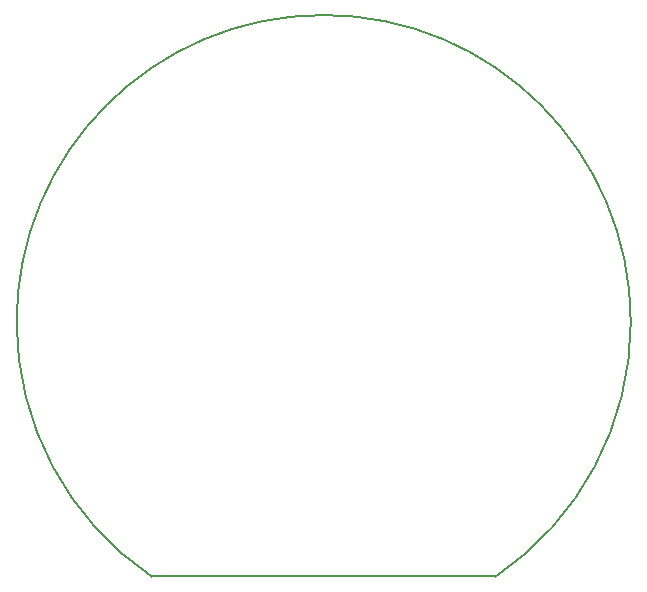
<source format=gko>
G04 start of page 4 for group 2 idx 2 *
G04 Title: roomunit-psu, outline *
G04 Creator: pcb 1.99z *
G04 CreationDate: tor 11 jun 2015 09:01:47 UTC *
G04 For: jonatan *
G04 Format: Gerber/RS-274X *
G04 PCB-Dimensions (mil): 2401.57 2401.57 *
G04 PCB-Coordinate-Origin: lower left *
%MOIN*%
%FSLAX25Y25*%
%LNOUTLINE*%
%ADD49C,0.0079*%
G54D49*X177559Y35433D02*X62598D01*
X17717Y120079D02*G75*G02X120079Y222441I102362J0D01*G01*
G75*G02X222441Y120079I0J-102362D01*G01*
Y120079D02*G75*G02X177319Y35217I-102362J0D01*G01*
X62839Y35217D02*G75*G02X17717Y120079I57240J84862D01*G01*
M02*

</source>
